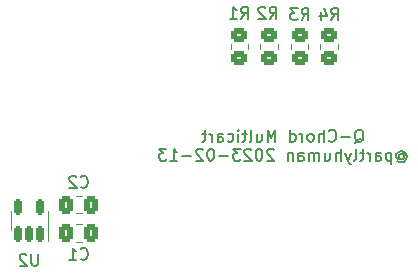
<source format=gbr>
G04 #@! TF.GenerationSoftware,KiCad,Pcbnew,(6.0.7-1)-1*
G04 #@! TF.CreationDate,2023-02-13T21:52:59-08:00*
G04 #@! TF.ProjectId,qcard-multicart,71636172-642d-46d7-956c-746963617274,1*
G04 #@! TF.SameCoordinates,Original*
G04 #@! TF.FileFunction,Legend,Bot*
G04 #@! TF.FilePolarity,Positive*
%FSLAX46Y46*%
G04 Gerber Fmt 4.6, Leading zero omitted, Abs format (unit mm)*
G04 Created by KiCad (PCBNEW (6.0.7-1)-1) date 2023-02-13 21:52:59*
%MOMM*%
%LPD*%
G01*
G04 APERTURE LIST*
G04 Aperture macros list*
%AMRoundRect*
0 Rectangle with rounded corners*
0 $1 Rounding radius*
0 $2 $3 $4 $5 $6 $7 $8 $9 X,Y pos of 4 corners*
0 Add a 4 corners polygon primitive as box body*
4,1,4,$2,$3,$4,$5,$6,$7,$8,$9,$2,$3,0*
0 Add four circle primitives for the rounded corners*
1,1,$1+$1,$2,$3*
1,1,$1+$1,$4,$5*
1,1,$1+$1,$6,$7*
1,1,$1+$1,$8,$9*
0 Add four rect primitives between the rounded corners*
20,1,$1+$1,$2,$3,$4,$5,0*
20,1,$1+$1,$4,$5,$6,$7,0*
20,1,$1+$1,$6,$7,$8,$9,0*
20,1,$1+$1,$8,$9,$2,$3,0*%
G04 Aperture macros list end*
%ADD10C,0.127000*%
%ADD11C,0.150000*%
%ADD12C,0.120000*%
%ADD13C,6.400000*%
%ADD14R,1.600000X1.600000*%
%ADD15O,1.600000X1.600000*%
%ADD16RoundRect,0.375000X-0.375000X-4.625000X0.375000X-4.625000X0.375000X4.625000X-0.375000X4.625000X0*%
%ADD17RoundRect,0.250000X-0.450000X0.350000X-0.450000X-0.350000X0.450000X-0.350000X0.450000X0.350000X0*%
%ADD18RoundRect,0.250000X-0.337500X-0.475000X0.337500X-0.475000X0.337500X0.475000X-0.337500X0.475000X0*%
%ADD19RoundRect,0.150000X0.150000X-0.512500X0.150000X0.512500X-0.150000X0.512500X-0.150000X-0.512500X0*%
G04 APERTURE END LIST*
D10*
X102971428Y-57142619D02*
X103066666Y-57095000D01*
X103161904Y-56999761D01*
X103304761Y-56856904D01*
X103400000Y-56809285D01*
X103495238Y-56809285D01*
X103447619Y-57047380D02*
X103542857Y-56999761D01*
X103638095Y-56904523D01*
X103685714Y-56714047D01*
X103685714Y-56380714D01*
X103638095Y-56190238D01*
X103542857Y-56095000D01*
X103447619Y-56047380D01*
X103257142Y-56047380D01*
X103161904Y-56095000D01*
X103066666Y-56190238D01*
X103019047Y-56380714D01*
X103019047Y-56714047D01*
X103066666Y-56904523D01*
X103161904Y-56999761D01*
X103257142Y-57047380D01*
X103447619Y-57047380D01*
X102590476Y-56666428D02*
X101828571Y-56666428D01*
X100780952Y-56952142D02*
X100828571Y-56999761D01*
X100971428Y-57047380D01*
X101066666Y-57047380D01*
X101209523Y-56999761D01*
X101304761Y-56904523D01*
X101352380Y-56809285D01*
X101400000Y-56618809D01*
X101400000Y-56475952D01*
X101352380Y-56285476D01*
X101304761Y-56190238D01*
X101209523Y-56095000D01*
X101066666Y-56047380D01*
X100971428Y-56047380D01*
X100828571Y-56095000D01*
X100780952Y-56142619D01*
X100352380Y-57047380D02*
X100352380Y-56047380D01*
X99923809Y-57047380D02*
X99923809Y-56523571D01*
X99971428Y-56428333D01*
X100066666Y-56380714D01*
X100209523Y-56380714D01*
X100304761Y-56428333D01*
X100352380Y-56475952D01*
X99304761Y-57047380D02*
X99400000Y-56999761D01*
X99447619Y-56952142D01*
X99495238Y-56856904D01*
X99495238Y-56571190D01*
X99447619Y-56475952D01*
X99400000Y-56428333D01*
X99304761Y-56380714D01*
X99161904Y-56380714D01*
X99066666Y-56428333D01*
X99019047Y-56475952D01*
X98971428Y-56571190D01*
X98971428Y-56856904D01*
X99019047Y-56952142D01*
X99066666Y-56999761D01*
X99161904Y-57047380D01*
X99304761Y-57047380D01*
X98542857Y-57047380D02*
X98542857Y-56380714D01*
X98542857Y-56571190D02*
X98495238Y-56475952D01*
X98447619Y-56428333D01*
X98352380Y-56380714D01*
X98257142Y-56380714D01*
X97495238Y-57047380D02*
X97495238Y-56047380D01*
X97495238Y-56999761D02*
X97590476Y-57047380D01*
X97780952Y-57047380D01*
X97876190Y-56999761D01*
X97923809Y-56952142D01*
X97971428Y-56856904D01*
X97971428Y-56571190D01*
X97923809Y-56475952D01*
X97876190Y-56428333D01*
X97780952Y-56380714D01*
X97590476Y-56380714D01*
X97495238Y-56428333D01*
X96257142Y-57047380D02*
X96257142Y-56047380D01*
X95923809Y-56761666D01*
X95590476Y-56047380D01*
X95590476Y-57047380D01*
X94685714Y-56380714D02*
X94685714Y-57047380D01*
X95114285Y-56380714D02*
X95114285Y-56904523D01*
X95066666Y-56999761D01*
X94971428Y-57047380D01*
X94828571Y-57047380D01*
X94733333Y-56999761D01*
X94685714Y-56952142D01*
X94066666Y-57047380D02*
X94161904Y-56999761D01*
X94209523Y-56904523D01*
X94209523Y-56047380D01*
X93828571Y-56380714D02*
X93447619Y-56380714D01*
X93685714Y-56047380D02*
X93685714Y-56904523D01*
X93638095Y-56999761D01*
X93542857Y-57047380D01*
X93447619Y-57047380D01*
X93114285Y-57047380D02*
X93114285Y-56380714D01*
X93114285Y-56047380D02*
X93161904Y-56095000D01*
X93114285Y-56142619D01*
X93066666Y-56095000D01*
X93114285Y-56047380D01*
X93114285Y-56142619D01*
X92209523Y-56999761D02*
X92304761Y-57047380D01*
X92495238Y-57047380D01*
X92590476Y-56999761D01*
X92638095Y-56952142D01*
X92685714Y-56856904D01*
X92685714Y-56571190D01*
X92638095Y-56475952D01*
X92590476Y-56428333D01*
X92495238Y-56380714D01*
X92304761Y-56380714D01*
X92209523Y-56428333D01*
X91352380Y-57047380D02*
X91352380Y-56523571D01*
X91400000Y-56428333D01*
X91495238Y-56380714D01*
X91685714Y-56380714D01*
X91780952Y-56428333D01*
X91352380Y-56999761D02*
X91447619Y-57047380D01*
X91685714Y-57047380D01*
X91780952Y-56999761D01*
X91828571Y-56904523D01*
X91828571Y-56809285D01*
X91780952Y-56714047D01*
X91685714Y-56666428D01*
X91447619Y-56666428D01*
X91352380Y-56618809D01*
X90876190Y-57047380D02*
X90876190Y-56380714D01*
X90876190Y-56571190D02*
X90828571Y-56475952D01*
X90780952Y-56428333D01*
X90685714Y-56380714D01*
X90590476Y-56380714D01*
X90400000Y-56380714D02*
X90019047Y-56380714D01*
X90257142Y-56047380D02*
X90257142Y-56904523D01*
X90209523Y-56999761D01*
X90114285Y-57047380D01*
X90019047Y-57047380D01*
X106733333Y-58181190D02*
X106780952Y-58133571D01*
X106876190Y-58085952D01*
X106971428Y-58085952D01*
X107066666Y-58133571D01*
X107114285Y-58181190D01*
X107161904Y-58276428D01*
X107161904Y-58371666D01*
X107114285Y-58466904D01*
X107066666Y-58514523D01*
X106971428Y-58562142D01*
X106876190Y-58562142D01*
X106780952Y-58514523D01*
X106733333Y-58466904D01*
X106733333Y-58085952D02*
X106733333Y-58466904D01*
X106685714Y-58514523D01*
X106638095Y-58514523D01*
X106542857Y-58466904D01*
X106495238Y-58371666D01*
X106495238Y-58133571D01*
X106590476Y-57990714D01*
X106733333Y-57895476D01*
X106923809Y-57847857D01*
X107114285Y-57895476D01*
X107257142Y-57990714D01*
X107352380Y-58133571D01*
X107400000Y-58324047D01*
X107352380Y-58514523D01*
X107257142Y-58657380D01*
X107114285Y-58752619D01*
X106923809Y-58800238D01*
X106733333Y-58752619D01*
X106590476Y-58657380D01*
X106066666Y-57990714D02*
X106066666Y-58990714D01*
X106066666Y-58038333D02*
X105971428Y-57990714D01*
X105780952Y-57990714D01*
X105685714Y-58038333D01*
X105638095Y-58085952D01*
X105590476Y-58181190D01*
X105590476Y-58466904D01*
X105638095Y-58562142D01*
X105685714Y-58609761D01*
X105780952Y-58657380D01*
X105971428Y-58657380D01*
X106066666Y-58609761D01*
X104733333Y-58657380D02*
X104733333Y-58133571D01*
X104780952Y-58038333D01*
X104876190Y-57990714D01*
X105066666Y-57990714D01*
X105161904Y-58038333D01*
X104733333Y-58609761D02*
X104828571Y-58657380D01*
X105066666Y-58657380D01*
X105161904Y-58609761D01*
X105209523Y-58514523D01*
X105209523Y-58419285D01*
X105161904Y-58324047D01*
X105066666Y-58276428D01*
X104828571Y-58276428D01*
X104733333Y-58228809D01*
X104257142Y-58657380D02*
X104257142Y-57990714D01*
X104257142Y-58181190D02*
X104209523Y-58085952D01*
X104161904Y-58038333D01*
X104066666Y-57990714D01*
X103971428Y-57990714D01*
X103780952Y-57990714D02*
X103400000Y-57990714D01*
X103638095Y-57657380D02*
X103638095Y-58514523D01*
X103590476Y-58609761D01*
X103495238Y-58657380D01*
X103400000Y-58657380D01*
X102923809Y-58657380D02*
X103019047Y-58609761D01*
X103066666Y-58514523D01*
X103066666Y-57657380D01*
X102638095Y-57990714D02*
X102400000Y-58657380D01*
X102161904Y-57990714D02*
X102400000Y-58657380D01*
X102495238Y-58895476D01*
X102542857Y-58943095D01*
X102638095Y-58990714D01*
X101780952Y-58657380D02*
X101780952Y-57657380D01*
X101352380Y-58657380D02*
X101352380Y-58133571D01*
X101400000Y-58038333D01*
X101495238Y-57990714D01*
X101638095Y-57990714D01*
X101733333Y-58038333D01*
X101780952Y-58085952D01*
X100447619Y-57990714D02*
X100447619Y-58657380D01*
X100876190Y-57990714D02*
X100876190Y-58514523D01*
X100828571Y-58609761D01*
X100733333Y-58657380D01*
X100590476Y-58657380D01*
X100495238Y-58609761D01*
X100447619Y-58562142D01*
X99971428Y-58657380D02*
X99971428Y-57990714D01*
X99971428Y-58085952D02*
X99923809Y-58038333D01*
X99828571Y-57990714D01*
X99685714Y-57990714D01*
X99590476Y-58038333D01*
X99542857Y-58133571D01*
X99542857Y-58657380D01*
X99542857Y-58133571D02*
X99495238Y-58038333D01*
X99400000Y-57990714D01*
X99257142Y-57990714D01*
X99161904Y-58038333D01*
X99114285Y-58133571D01*
X99114285Y-58657380D01*
X98209523Y-58657380D02*
X98209523Y-58133571D01*
X98257142Y-58038333D01*
X98352380Y-57990714D01*
X98542857Y-57990714D01*
X98638095Y-58038333D01*
X98209523Y-58609761D02*
X98304761Y-58657380D01*
X98542857Y-58657380D01*
X98638095Y-58609761D01*
X98685714Y-58514523D01*
X98685714Y-58419285D01*
X98638095Y-58324047D01*
X98542857Y-58276428D01*
X98304761Y-58276428D01*
X98209523Y-58228809D01*
X97733333Y-57990714D02*
X97733333Y-58657380D01*
X97733333Y-58085952D02*
X97685714Y-58038333D01*
X97590476Y-57990714D01*
X97447619Y-57990714D01*
X97352380Y-58038333D01*
X97304761Y-58133571D01*
X97304761Y-58657380D01*
X96114285Y-57752619D02*
X96066666Y-57705000D01*
X95971428Y-57657380D01*
X95733333Y-57657380D01*
X95638095Y-57705000D01*
X95590476Y-57752619D01*
X95542857Y-57847857D01*
X95542857Y-57943095D01*
X95590476Y-58085952D01*
X96161904Y-58657380D01*
X95542857Y-58657380D01*
X94923809Y-57657380D02*
X94828571Y-57657380D01*
X94733333Y-57705000D01*
X94685714Y-57752619D01*
X94638095Y-57847857D01*
X94590476Y-58038333D01*
X94590476Y-58276428D01*
X94638095Y-58466904D01*
X94685714Y-58562142D01*
X94733333Y-58609761D01*
X94828571Y-58657380D01*
X94923809Y-58657380D01*
X95019047Y-58609761D01*
X95066666Y-58562142D01*
X95114285Y-58466904D01*
X95161904Y-58276428D01*
X95161904Y-58038333D01*
X95114285Y-57847857D01*
X95066666Y-57752619D01*
X95019047Y-57705000D01*
X94923809Y-57657380D01*
X94209523Y-57752619D02*
X94161904Y-57705000D01*
X94066666Y-57657380D01*
X93828571Y-57657380D01*
X93733333Y-57705000D01*
X93685714Y-57752619D01*
X93638095Y-57847857D01*
X93638095Y-57943095D01*
X93685714Y-58085952D01*
X94257142Y-58657380D01*
X93638095Y-58657380D01*
X93304761Y-57657380D02*
X92685714Y-57657380D01*
X93019047Y-58038333D01*
X92876190Y-58038333D01*
X92780952Y-58085952D01*
X92733333Y-58133571D01*
X92685714Y-58228809D01*
X92685714Y-58466904D01*
X92733333Y-58562142D01*
X92780952Y-58609761D01*
X92876190Y-58657380D01*
X93161904Y-58657380D01*
X93257142Y-58609761D01*
X93304761Y-58562142D01*
X92257142Y-58276428D02*
X91495238Y-58276428D01*
X90828571Y-57657380D02*
X90733333Y-57657380D01*
X90638095Y-57705000D01*
X90590476Y-57752619D01*
X90542857Y-57847857D01*
X90495238Y-58038333D01*
X90495238Y-58276428D01*
X90542857Y-58466904D01*
X90590476Y-58562142D01*
X90638095Y-58609761D01*
X90733333Y-58657380D01*
X90828571Y-58657380D01*
X90923809Y-58609761D01*
X90971428Y-58562142D01*
X91019047Y-58466904D01*
X91066666Y-58276428D01*
X91066666Y-58038333D01*
X91019047Y-57847857D01*
X90971428Y-57752619D01*
X90923809Y-57705000D01*
X90828571Y-57657380D01*
X90114285Y-57752619D02*
X90066666Y-57705000D01*
X89971428Y-57657380D01*
X89733333Y-57657380D01*
X89638095Y-57705000D01*
X89590476Y-57752619D01*
X89542857Y-57847857D01*
X89542857Y-57943095D01*
X89590476Y-58085952D01*
X90161904Y-58657380D01*
X89542857Y-58657380D01*
X89114285Y-58276428D02*
X88352380Y-58276428D01*
X87352380Y-58657380D02*
X87923809Y-58657380D01*
X87638095Y-58657380D02*
X87638095Y-57657380D01*
X87733333Y-57800238D01*
X87828571Y-57895476D01*
X87923809Y-57943095D01*
X87019047Y-57657380D02*
X86400000Y-57657380D01*
X86733333Y-58038333D01*
X86590476Y-58038333D01*
X86495238Y-58085952D01*
X86447619Y-58133571D01*
X86400000Y-58228809D01*
X86400000Y-58466904D01*
X86447619Y-58562142D01*
X86495238Y-58609761D01*
X86590476Y-58657380D01*
X86876190Y-58657380D01*
X86971428Y-58609761D01*
X87019047Y-58562142D01*
D11*
X98466666Y-46752380D02*
X98800000Y-46276190D01*
X99038095Y-46752380D02*
X99038095Y-45752380D01*
X98657142Y-45752380D01*
X98561904Y-45800000D01*
X98514285Y-45847619D01*
X98466666Y-45942857D01*
X98466666Y-46085714D01*
X98514285Y-46180952D01*
X98561904Y-46228571D01*
X98657142Y-46276190D01*
X99038095Y-46276190D01*
X98133333Y-45752380D02*
X97514285Y-45752380D01*
X97847619Y-46133333D01*
X97704761Y-46133333D01*
X97609523Y-46180952D01*
X97561904Y-46228571D01*
X97514285Y-46323809D01*
X97514285Y-46561904D01*
X97561904Y-46657142D01*
X97609523Y-46704761D01*
X97704761Y-46752380D01*
X97990476Y-46752380D01*
X98085714Y-46704761D01*
X98133333Y-46657142D01*
X95766666Y-46652380D02*
X96100000Y-46176190D01*
X96338095Y-46652380D02*
X96338095Y-45652380D01*
X95957142Y-45652380D01*
X95861904Y-45700000D01*
X95814285Y-45747619D01*
X95766666Y-45842857D01*
X95766666Y-45985714D01*
X95814285Y-46080952D01*
X95861904Y-46128571D01*
X95957142Y-46176190D01*
X96338095Y-46176190D01*
X95385714Y-45747619D02*
X95338095Y-45700000D01*
X95242857Y-45652380D01*
X95004761Y-45652380D01*
X94909523Y-45700000D01*
X94861904Y-45747619D01*
X94814285Y-45842857D01*
X94814285Y-45938095D01*
X94861904Y-46080952D01*
X95433333Y-46652380D01*
X94814285Y-46652380D01*
X79766666Y-66957142D02*
X79814285Y-67004761D01*
X79957142Y-67052380D01*
X80052380Y-67052380D01*
X80195238Y-67004761D01*
X80290476Y-66909523D01*
X80338095Y-66814285D01*
X80385714Y-66623809D01*
X80385714Y-66480952D01*
X80338095Y-66290476D01*
X80290476Y-66195238D01*
X80195238Y-66100000D01*
X80052380Y-66052380D01*
X79957142Y-66052380D01*
X79814285Y-66100000D01*
X79766666Y-66147619D01*
X78814285Y-67052380D02*
X79385714Y-67052380D01*
X79100000Y-67052380D02*
X79100000Y-66052380D01*
X79195238Y-66195238D01*
X79290476Y-66290476D01*
X79385714Y-66338095D01*
X93366666Y-46652380D02*
X93700000Y-46176190D01*
X93938095Y-46652380D02*
X93938095Y-45652380D01*
X93557142Y-45652380D01*
X93461904Y-45700000D01*
X93414285Y-45747619D01*
X93366666Y-45842857D01*
X93366666Y-45985714D01*
X93414285Y-46080952D01*
X93461904Y-46128571D01*
X93557142Y-46176190D01*
X93938095Y-46176190D01*
X92414285Y-46652380D02*
X92985714Y-46652380D01*
X92700000Y-46652380D02*
X92700000Y-45652380D01*
X92795238Y-45795238D01*
X92890476Y-45890476D01*
X92985714Y-45938095D01*
X79766666Y-60857142D02*
X79814285Y-60904761D01*
X79957142Y-60952380D01*
X80052380Y-60952380D01*
X80195238Y-60904761D01*
X80290476Y-60809523D01*
X80338095Y-60714285D01*
X80385714Y-60523809D01*
X80385714Y-60380952D01*
X80338095Y-60190476D01*
X80290476Y-60095238D01*
X80195238Y-60000000D01*
X80052380Y-59952380D01*
X79957142Y-59952380D01*
X79814285Y-60000000D01*
X79766666Y-60047619D01*
X79385714Y-60047619D02*
X79338095Y-60000000D01*
X79242857Y-59952380D01*
X79004761Y-59952380D01*
X78909523Y-60000000D01*
X78861904Y-60047619D01*
X78814285Y-60142857D01*
X78814285Y-60238095D01*
X78861904Y-60380952D01*
X79433333Y-60952380D01*
X78814285Y-60952380D01*
X76161904Y-66552380D02*
X76161904Y-67361904D01*
X76114285Y-67457142D01*
X76066666Y-67504761D01*
X75971428Y-67552380D01*
X75780952Y-67552380D01*
X75685714Y-67504761D01*
X75638095Y-67457142D01*
X75590476Y-67361904D01*
X75590476Y-66552380D01*
X75161904Y-66647619D02*
X75114285Y-66600000D01*
X75019047Y-66552380D01*
X74780952Y-66552380D01*
X74685714Y-66600000D01*
X74638095Y-66647619D01*
X74590476Y-66742857D01*
X74590476Y-66838095D01*
X74638095Y-66980952D01*
X75209523Y-67552380D01*
X74590476Y-67552380D01*
X100966666Y-46752380D02*
X101300000Y-46276190D01*
X101538095Y-46752380D02*
X101538095Y-45752380D01*
X101157142Y-45752380D01*
X101061904Y-45800000D01*
X101014285Y-45847619D01*
X100966666Y-45942857D01*
X100966666Y-46085714D01*
X101014285Y-46180952D01*
X101061904Y-46228571D01*
X101157142Y-46276190D01*
X101538095Y-46276190D01*
X100109523Y-46085714D02*
X100109523Y-46752380D01*
X100347619Y-45704761D02*
X100585714Y-46419047D01*
X99966666Y-46419047D01*
D12*
X97565000Y-48772936D02*
X97565000Y-49227064D01*
X99035000Y-48772936D02*
X99035000Y-49227064D01*
X94965000Y-48772936D02*
X94965000Y-49227064D01*
X96435000Y-48772936D02*
X96435000Y-49227064D01*
X79338748Y-64065000D02*
X79861252Y-64065000D01*
X79338748Y-65535000D02*
X79861252Y-65535000D01*
X93935000Y-48772936D02*
X93935000Y-49227064D01*
X92465000Y-48772936D02*
X92465000Y-49227064D01*
X79338748Y-63135000D02*
X79861252Y-63135000D01*
X79338748Y-61665000D02*
X79861252Y-61665000D01*
X76960000Y-63700000D02*
X76960000Y-62900000D01*
X73840000Y-63700000D02*
X73840000Y-64500000D01*
X73840000Y-63700000D02*
X73840000Y-62900000D01*
X76960000Y-63700000D02*
X76960000Y-65500000D01*
X100065000Y-48772936D02*
X100065000Y-49227064D01*
X101535000Y-48772936D02*
X101535000Y-49227064D01*
%LPC*%
D13*
X74000000Y-54000000D03*
X120000000Y-54000000D03*
D14*
X100800000Y-36500000D03*
D15*
X98260000Y-36500000D03*
X95720000Y-36500000D03*
X93180000Y-36500000D03*
X93180000Y-44120000D03*
X95720000Y-44120000D03*
X98260000Y-44120000D03*
X100800000Y-44120000D03*
D16*
X75380000Y-75500000D03*
X77920000Y-75500000D03*
X80460000Y-75500000D03*
X83000000Y-75500000D03*
X85540000Y-75500000D03*
X88080000Y-75500000D03*
X90620000Y-75500000D03*
X93160000Y-75500000D03*
X95700000Y-75500000D03*
X98240000Y-75500000D03*
X100780000Y-75500000D03*
X103320000Y-75500000D03*
X105860000Y-75500000D03*
X108400000Y-75500000D03*
X110940000Y-75500000D03*
X113480000Y-75500000D03*
X116020000Y-75500000D03*
X118560000Y-75500000D03*
D17*
X98300000Y-48000000D03*
X98300000Y-50000000D03*
X95700000Y-48000000D03*
X95700000Y-50000000D03*
D18*
X78562500Y-64800000D03*
X80637500Y-64800000D03*
D17*
X93200000Y-48000000D03*
X93200000Y-50000000D03*
D18*
X78562500Y-62400000D03*
X80637500Y-62400000D03*
D19*
X76350000Y-64837500D03*
X75400000Y-64837500D03*
X74450000Y-64837500D03*
X74450000Y-62562500D03*
X76350000Y-62562500D03*
D17*
X100800000Y-48000000D03*
X100800000Y-50000000D03*
M02*

</source>
